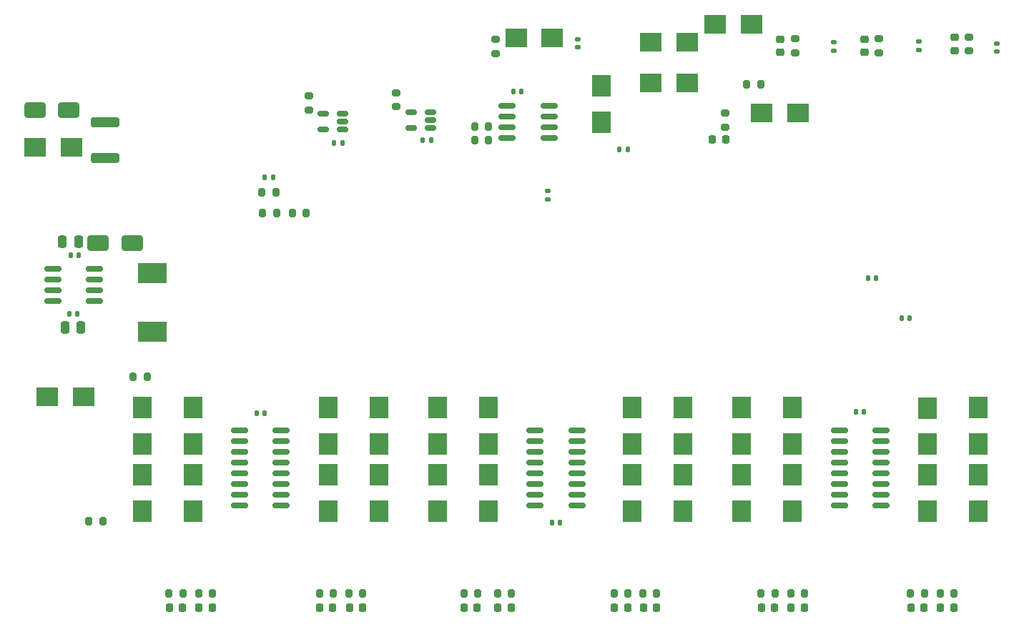
<source format=gbp>
G04 #@! TF.GenerationSoftware,KiCad,Pcbnew,7.0.2-6a45011f42~172~ubuntu22.04.1*
G04 #@! TF.CreationDate,2023-05-14T21:05:51-06:00*
G04 #@! TF.ProjectId,colordance-brain,636f6c6f-7264-4616-9e63-652d62726169,rev?*
G04 #@! TF.SameCoordinates,Original*
G04 #@! TF.FileFunction,Paste,Bot*
G04 #@! TF.FilePolarity,Positive*
%FSLAX46Y46*%
G04 Gerber Fmt 4.6, Leading zero omitted, Abs format (unit mm)*
G04 Created by KiCad (PCBNEW 7.0.2-6a45011f42~172~ubuntu22.04.1) date 2023-05-14 21:05:51*
%MOMM*%
%LPD*%
G01*
G04 APERTURE LIST*
G04 Aperture macros list*
%AMRoundRect*
0 Rectangle with rounded corners*
0 $1 Rounding radius*
0 $2 $3 $4 $5 $6 $7 $8 $9 X,Y pos of 4 corners*
0 Add a 4 corners polygon primitive as box body*
4,1,4,$2,$3,$4,$5,$6,$7,$8,$9,$2,$3,0*
0 Add four circle primitives for the rounded corners*
1,1,$1+$1,$2,$3*
1,1,$1+$1,$4,$5*
1,1,$1+$1,$6,$7*
1,1,$1+$1,$8,$9*
0 Add four rect primitives between the rounded corners*
20,1,$1+$1,$2,$3,$4,$5,0*
20,1,$1+$1,$4,$5,$6,$7,0*
20,1,$1+$1,$6,$7,$8,$9,0*
20,1,$1+$1,$8,$9,$2,$3,0*%
G04 Aperture macros list end*
%ADD10RoundRect,0.150000X0.825000X0.150000X-0.825000X0.150000X-0.825000X-0.150000X0.825000X-0.150000X0*%
%ADD11RoundRect,0.140000X-0.140000X-0.170000X0.140000X-0.170000X0.140000X0.170000X-0.140000X0.170000X0*%
%ADD12RoundRect,0.140000X0.170000X-0.140000X0.170000X0.140000X-0.170000X0.140000X-0.170000X-0.140000X0*%
%ADD13RoundRect,0.225000X-0.250000X0.225000X-0.250000X-0.225000X0.250000X-0.225000X0.250000X0.225000X0*%
%ADD14RoundRect,0.140000X-0.170000X0.140000X-0.170000X-0.140000X0.170000X-0.140000X0.170000X0.140000X0*%
%ADD15RoundRect,0.140000X0.140000X0.170000X-0.140000X0.170000X-0.140000X-0.170000X0.140000X-0.170000X0*%
%ADD16RoundRect,0.225000X0.225000X0.250000X-0.225000X0.250000X-0.225000X-0.250000X0.225000X-0.250000X0*%
%ADD17RoundRect,0.225000X-0.225000X-0.250000X0.225000X-0.250000X0.225000X0.250000X-0.225000X0.250000X0*%
%ADD18R,2.300000X2.500000*%
%ADD19RoundRect,0.200000X-0.200000X-0.275000X0.200000X-0.275000X0.200000X0.275000X-0.200000X0.275000X0*%
%ADD20RoundRect,0.200000X0.200000X0.275000X-0.200000X0.275000X-0.200000X-0.275000X0.200000X-0.275000X0*%
%ADD21RoundRect,0.150000X-0.825000X-0.150000X0.825000X-0.150000X0.825000X0.150000X-0.825000X0.150000X0*%
%ADD22RoundRect,0.150000X0.512500X0.150000X-0.512500X0.150000X-0.512500X-0.150000X0.512500X-0.150000X0*%
%ADD23RoundRect,0.250000X1.000000X0.650000X-1.000000X0.650000X-1.000000X-0.650000X1.000000X-0.650000X0*%
%ADD24R,2.500000X2.300000*%
%ADD25RoundRect,0.250000X0.250000X0.475000X-0.250000X0.475000X-0.250000X-0.475000X0.250000X-0.475000X0*%
%ADD26RoundRect,0.200000X-0.275000X0.200000X-0.275000X-0.200000X0.275000X-0.200000X0.275000X0.200000X0*%
%ADD27RoundRect,0.200000X0.275000X-0.200000X0.275000X0.200000X-0.275000X0.200000X-0.275000X-0.200000X0*%
%ADD28R,3.500000X2.400000*%
%ADD29RoundRect,0.250000X1.450000X-0.312500X1.450000X0.312500X-1.450000X0.312500X-1.450000X-0.312500X0*%
G04 APERTURE END LIST*
D10*
G04 #@! TO.C,U8*
X24375000Y-79395000D03*
X24375000Y-80665000D03*
X24375000Y-81935000D03*
X24375000Y-83205000D03*
X19425000Y-83205000D03*
X19425000Y-81935000D03*
X19425000Y-80665000D03*
X19425000Y-79395000D03*
G04 #@! TD*
D11*
G04 #@! TO.C,C2*
X52720000Y-64500000D03*
X53680000Y-64500000D03*
G04 #@! TD*
D12*
G04 #@! TO.C,C3*
X121920000Y-53480000D03*
X121920000Y-52520000D03*
G04 #@! TD*
D13*
G04 #@! TO.C,C4*
X105500000Y-52225000D03*
X105500000Y-53775000D03*
G04 #@! TD*
D11*
G04 #@! TO.C,C8*
X63220000Y-64200000D03*
X64180000Y-64200000D03*
G04 #@! TD*
D12*
G04 #@! TO.C,C6*
X111900000Y-53580000D03*
X111900000Y-52620000D03*
G04 #@! TD*
D13*
G04 #@! TO.C,C7*
X115520000Y-52225000D03*
X115520000Y-53775000D03*
G04 #@! TD*
D14*
G04 #@! TO.C,C10*
X78000000Y-70220000D03*
X78000000Y-71180000D03*
G04 #@! TD*
D15*
G04 #@! TO.C,C11*
X120880000Y-85300000D03*
X119920000Y-85300000D03*
G04 #@! TD*
D11*
G04 #@! TO.C,C12*
X115920000Y-80500000D03*
X116880000Y-80500000D03*
G04 #@! TD*
G04 #@! TO.C,C15*
X43520000Y-96500000D03*
X44480000Y-96500000D03*
G04 #@! TD*
D16*
G04 #@! TO.C,C16*
X56075000Y-119600000D03*
X54525000Y-119600000D03*
G04 #@! TD*
D17*
G04 #@! TO.C,C17*
X51025000Y-119600000D03*
X52575000Y-119600000D03*
G04 #@! TD*
D11*
G04 #@! TO.C,C20*
X114520000Y-96400000D03*
X115480000Y-96400000D03*
G04 #@! TD*
D16*
G04 #@! TO.C,C21*
X126075000Y-119600000D03*
X124525000Y-119600000D03*
G04 #@! TD*
D17*
G04 #@! TO.C,C22*
X121025000Y-119600000D03*
X122575000Y-119600000D03*
G04 #@! TD*
D15*
G04 #@! TO.C,C25*
X79480000Y-109500000D03*
X78520000Y-109500000D03*
G04 #@! TD*
D16*
G04 #@! TO.C,C26*
X73675000Y-119600000D03*
X72125000Y-119600000D03*
G04 #@! TD*
D17*
G04 #@! TO.C,C27*
X68125000Y-119600000D03*
X69675000Y-119600000D03*
G04 #@! TD*
D18*
G04 #@! TO.C,D9*
X52000000Y-108150000D03*
X52000000Y-103850000D03*
G04 #@! TD*
G04 #@! TO.C,D10*
X58000000Y-103850000D03*
X58000000Y-108150000D03*
G04 #@! TD*
G04 #@! TO.C,D11*
X58000000Y-100150000D03*
X58000000Y-95850000D03*
G04 #@! TD*
G04 #@! TO.C,D12*
X30000000Y-103850000D03*
X30000000Y-108150000D03*
G04 #@! TD*
G04 #@! TO.C,D13*
X30000000Y-95850000D03*
X30000000Y-100150000D03*
G04 #@! TD*
G04 #@! TO.C,D14*
X36000000Y-100150000D03*
X36000000Y-95850000D03*
G04 #@! TD*
G04 #@! TO.C,D15*
X36000000Y-103850000D03*
X36000000Y-108150000D03*
G04 #@! TD*
G04 #@! TO.C,D16*
X123000000Y-103850000D03*
X123000000Y-108150000D03*
G04 #@! TD*
G04 #@! TO.C,D17*
X123000000Y-95900000D03*
X123000000Y-100200000D03*
G04 #@! TD*
G04 #@! TO.C,D18*
X129000000Y-100150000D03*
X129000000Y-95850000D03*
G04 #@! TD*
G04 #@! TO.C,D19*
X129000000Y-103850000D03*
X129000000Y-108150000D03*
G04 #@! TD*
G04 #@! TO.C,D20*
X101000000Y-103850000D03*
X101000000Y-108150000D03*
G04 #@! TD*
G04 #@! TO.C,D22*
X107000000Y-103850000D03*
X107000000Y-108150000D03*
G04 #@! TD*
G04 #@! TO.C,D24*
X65000000Y-100150000D03*
X65000000Y-95850000D03*
G04 #@! TD*
G04 #@! TO.C,D26*
X71000000Y-103850000D03*
X71000000Y-108150000D03*
G04 #@! TD*
G04 #@! TO.C,D27*
X71000000Y-100150000D03*
X71000000Y-95850000D03*
G04 #@! TD*
G04 #@! TO.C,D28*
X88000000Y-100150000D03*
X88000000Y-95850000D03*
G04 #@! TD*
G04 #@! TO.C,D29*
X88000000Y-108150000D03*
X88000000Y-103850000D03*
G04 #@! TD*
G04 #@! TO.C,D31*
X94000000Y-100150000D03*
X94000000Y-95850000D03*
G04 #@! TD*
D19*
G04 #@! TO.C,R1*
X28950000Y-92200000D03*
X30600000Y-92200000D03*
G04 #@! TD*
G04 #@! TO.C,R2*
X44275000Y-72800000D03*
X45925000Y-72800000D03*
G04 #@! TD*
D20*
G04 #@! TO.C,R3*
X45825000Y-70400000D03*
X44175000Y-70400000D03*
G04 #@! TD*
D21*
G04 #@! TO.C,U7*
X76525000Y-107445000D03*
X76525000Y-106175000D03*
X76525000Y-104905000D03*
X76525000Y-103635000D03*
X76525000Y-102365000D03*
X76525000Y-101095000D03*
X76525000Y-99825000D03*
X76525000Y-98555000D03*
X81475000Y-98555000D03*
X81475000Y-99825000D03*
X81475000Y-101095000D03*
X81475000Y-102365000D03*
X81475000Y-103635000D03*
X81475000Y-104905000D03*
X81475000Y-106175000D03*
X81475000Y-107445000D03*
G04 #@! TD*
D10*
G04 #@! TO.C,U5*
X46475000Y-98555000D03*
X46475000Y-99825000D03*
X46475000Y-101095000D03*
X46475000Y-102365000D03*
X46475000Y-103635000D03*
X46475000Y-104905000D03*
X46475000Y-106175000D03*
X46475000Y-107445000D03*
X41525000Y-107445000D03*
X41525000Y-106175000D03*
X41525000Y-104905000D03*
X41525000Y-103635000D03*
X41525000Y-102365000D03*
X41525000Y-101095000D03*
X41525000Y-99825000D03*
X41525000Y-98555000D03*
G04 #@! TD*
G04 #@! TO.C,U6*
X117475000Y-98555000D03*
X117475000Y-99825000D03*
X117475000Y-101095000D03*
X117475000Y-102365000D03*
X117475000Y-103635000D03*
X117475000Y-104905000D03*
X117475000Y-106175000D03*
X117475000Y-107445000D03*
X112525000Y-107445000D03*
X112525000Y-106175000D03*
X112525000Y-104905000D03*
X112525000Y-103635000D03*
X112525000Y-102365000D03*
X112525000Y-101095000D03*
X112525000Y-99825000D03*
X112525000Y-98555000D03*
G04 #@! TD*
D18*
G04 #@! TO.C,D25*
X65000000Y-108150000D03*
X65000000Y-103850000D03*
G04 #@! TD*
G04 #@! TO.C,D30*
X94000000Y-103850000D03*
X94000000Y-108150000D03*
G04 #@! TD*
G04 #@! TO.C,D23*
X107000000Y-100150000D03*
X107000000Y-95850000D03*
G04 #@! TD*
G04 #@! TO.C,D21*
X101000000Y-95850000D03*
X101000000Y-100150000D03*
G04 #@! TD*
D15*
G04 #@! TO.C,C5*
X45480000Y-68600000D03*
X44520000Y-68600000D03*
G04 #@! TD*
D18*
G04 #@! TO.C,D8*
X52000000Y-100150000D03*
X52000000Y-95850000D03*
G04 #@! TD*
D22*
G04 #@! TO.C,U1*
X53737500Y-61050000D03*
X53737500Y-62000000D03*
X53737500Y-62950000D03*
X51462500Y-62950000D03*
X51462500Y-61050000D03*
G04 #@! TD*
G04 #@! TO.C,U2*
X64137500Y-60850000D03*
X64137500Y-61800000D03*
X64137500Y-62750000D03*
X61862500Y-62750000D03*
X61862500Y-60850000D03*
G04 #@! TD*
D17*
G04 #@! TO.C,C19*
X33225000Y-119600000D03*
X34775000Y-119600000D03*
G04 #@! TD*
D23*
G04 #@! TO.C,D34*
X28800000Y-76400000D03*
X24800000Y-76400000D03*
G04 #@! TD*
D24*
G04 #@! TO.C,D32*
X21600000Y-65000000D03*
X17300000Y-65000000D03*
G04 #@! TD*
D20*
G04 #@! TO.C,R4*
X103225000Y-57600000D03*
X101575000Y-57600000D03*
G04 #@! TD*
G04 #@! TO.C,R17*
X126125000Y-117900000D03*
X124475000Y-117900000D03*
G04 #@! TD*
D25*
G04 #@! TO.C,C31*
X22450000Y-76200000D03*
X20550000Y-76200000D03*
G04 #@! TD*
D24*
G04 #@! TO.C,D35*
X23050000Y-94600000D03*
X18750000Y-94600000D03*
G04 #@! TD*
D20*
G04 #@! TO.C,R15*
X38325000Y-117900000D03*
X36675000Y-117900000D03*
G04 #@! TD*
G04 #@! TO.C,R25*
X71000000Y-62600000D03*
X69350000Y-62600000D03*
G04 #@! TD*
D16*
G04 #@! TO.C,C14*
X99075000Y-64100000D03*
X97525000Y-64100000D03*
G04 #@! TD*
D24*
G04 #@! TO.C,D4*
X102150000Y-50500000D03*
X97850000Y-50500000D03*
G04 #@! TD*
D15*
G04 #@! TO.C,C32*
X22480000Y-77800000D03*
X21520000Y-77800000D03*
G04 #@! TD*
D26*
G04 #@! TO.C,R27*
X127900000Y-51975000D03*
X127900000Y-53625000D03*
G04 #@! TD*
D15*
G04 #@! TO.C,C13*
X74880000Y-58400000D03*
X73920000Y-58400000D03*
G04 #@! TD*
D13*
G04 #@! TO.C,C37*
X126200000Y-52025000D03*
X126200000Y-53575000D03*
G04 #@! TD*
D19*
G04 #@! TO.C,R26*
X69350000Y-64200000D03*
X71000000Y-64200000D03*
G04 #@! TD*
D20*
G04 #@! TO.C,R23*
X90925000Y-117900000D03*
X89275000Y-117900000D03*
G04 #@! TD*
D18*
G04 #@! TO.C,D7*
X84400000Y-57750000D03*
X84400000Y-62050000D03*
G04 #@! TD*
D19*
G04 #@! TO.C,R9*
X23675000Y-109300000D03*
X25325000Y-109300000D03*
G04 #@! TD*
D20*
G04 #@! TO.C,R13*
X56125000Y-117900000D03*
X54475000Y-117900000D03*
G04 #@! TD*
D16*
G04 #@! TO.C,C18*
X38275000Y-119600000D03*
X36725000Y-119600000D03*
G04 #@! TD*
D27*
G04 #@! TO.C,R11*
X60100000Y-60225000D03*
X60100000Y-58575000D03*
G04 #@! TD*
D26*
G04 #@! TO.C,R12*
X99000000Y-60975000D03*
X99000000Y-62625000D03*
G04 #@! TD*
D11*
G04 #@! TO.C,C9*
X86520000Y-65300000D03*
X87480000Y-65300000D03*
G04 #@! TD*
D21*
G04 #@! TO.C,U4*
X73225000Y-63905000D03*
X73225000Y-62635000D03*
X73225000Y-61365000D03*
X73225000Y-60095000D03*
X78175000Y-60095000D03*
X78175000Y-61365000D03*
X78175000Y-62635000D03*
X78175000Y-63905000D03*
G04 #@! TD*
D20*
G04 #@! TO.C,R19*
X108425000Y-117900000D03*
X106775000Y-117900000D03*
G04 #@! TD*
D28*
G04 #@! TO.C,L1*
X31200000Y-79950000D03*
X31200000Y-86850000D03*
G04 #@! TD*
D19*
G04 #@! TO.C,R22*
X68075000Y-117900000D03*
X69725000Y-117900000D03*
G04 #@! TD*
G04 #@! TO.C,R18*
X120975000Y-117900000D03*
X122625000Y-117900000D03*
G04 #@! TD*
D25*
G04 #@! TO.C,C33*
X22750000Y-86400000D03*
X20850000Y-86400000D03*
G04 #@! TD*
D16*
G04 #@! TO.C,C23*
X108375000Y-119600000D03*
X106825000Y-119600000D03*
G04 #@! TD*
D26*
G04 #@! TO.C,R8*
X71800000Y-52275000D03*
X71800000Y-53925000D03*
G04 #@! TD*
D19*
G04 #@! TO.C,R14*
X50975000Y-117900000D03*
X52625000Y-117900000D03*
G04 #@! TD*
D16*
G04 #@! TO.C,C28*
X90875000Y-119600000D03*
X89325000Y-119600000D03*
G04 #@! TD*
D20*
G04 #@! TO.C,R7*
X49425000Y-72800000D03*
X47775000Y-72800000D03*
G04 #@! TD*
D15*
G04 #@! TO.C,C34*
X22300000Y-84800000D03*
X21340000Y-84800000D03*
G04 #@! TD*
D19*
G04 #@! TO.C,R20*
X103275000Y-117900000D03*
X104925000Y-117900000D03*
G04 #@! TD*
D23*
G04 #@! TO.C,D33*
X21300000Y-60600000D03*
X17300000Y-60600000D03*
G04 #@! TD*
D27*
G04 #@! TO.C,R5*
X49700000Y-60625000D03*
X49700000Y-58975000D03*
G04 #@! TD*
D17*
G04 #@! TO.C,C24*
X103325000Y-119600000D03*
X104875000Y-119600000D03*
G04 #@! TD*
D26*
G04 #@! TO.C,R6*
X107300000Y-52175000D03*
X107300000Y-53825000D03*
G04 #@! TD*
D17*
G04 #@! TO.C,C29*
X85925000Y-119600000D03*
X87475000Y-119600000D03*
G04 #@! TD*
D19*
G04 #@! TO.C,R24*
X85875000Y-117900000D03*
X87525000Y-117900000D03*
G04 #@! TD*
D20*
G04 #@! TO.C,R21*
X73725000Y-117900000D03*
X72075000Y-117900000D03*
G04 #@! TD*
D12*
G04 #@! TO.C,C1*
X81600000Y-53180000D03*
X81600000Y-52220000D03*
G04 #@! TD*
D24*
G04 #@! TO.C,D2*
X107650000Y-61000000D03*
X103350000Y-61000000D03*
G04 #@! TD*
D26*
G04 #@! TO.C,R10*
X117220000Y-52175000D03*
X117220000Y-53825000D03*
G04 #@! TD*
D24*
G04 #@! TO.C,D5*
X94550000Y-52600000D03*
X90250000Y-52600000D03*
G04 #@! TD*
D19*
G04 #@! TO.C,R16*
X33175000Y-117900000D03*
X34825000Y-117900000D03*
G04 #@! TD*
D24*
G04 #@! TO.C,D3*
X78550000Y-52100000D03*
X74250000Y-52100000D03*
G04 #@! TD*
G04 #@! TO.C,D6*
X90250000Y-57400000D03*
X94550000Y-57400000D03*
G04 #@! TD*
D12*
G04 #@! TO.C,C36*
X131200000Y-53680000D03*
X131200000Y-52720000D03*
G04 #@! TD*
D29*
G04 #@! TO.C,TH1*
X25600000Y-66337500D03*
X25600000Y-62062500D03*
G04 #@! TD*
M02*

</source>
